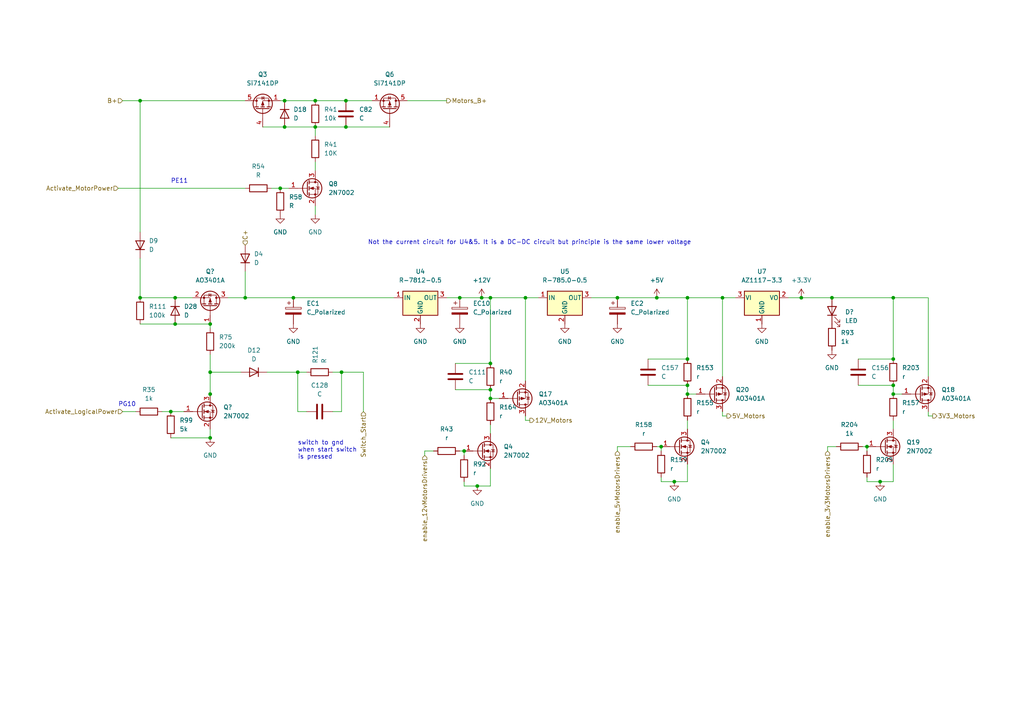
<source format=kicad_sch>
(kicad_sch (version 20231120) (generator "eeschema") (generator_version "8.0")
  (paper "A4")
  (lib_symbols
    (symbol "Device:C" (pin_numbers hide) (pin_names (offset 0.254))
      (property "Reference" "C" (at 0.635 2.54 0))
      (property "Value" "C" (at 0.635 -2.54 0))
      (symbol "C_0_1"
        (polyline (pts (xy -2.032 -0.762) (xy 2.032 -0.762)) (stroke (width 0.508)))
        (polyline (pts (xy -2.032 0.762) (xy 2.032 0.762)) (stroke (width 0.508)))
      )
      (symbol "C_1_1"
        (pin passive line (at 0 3.81 270) (length 2.794) (name "~") (number "1"))
        (pin passive line (at 0 -3.81 90) (length 2.794) (name "~") (number "2"))
      )
    )
    (symbol "Device:C_Polarized" (pin_numbers hide) (pin_names (offset 0.254))
      (property "Reference" "C" (at 0.635 2.54 0))
      (property "Value" "C_Polarized" (at 0.635 -2.54 0))
      (symbol "C_Polarized_0_1"
        (rectangle (start -2.286 0.508) (end 2.286 1.016))
        (polyline (pts (xy -1.778 2.286) (xy -0.762 2.286)))
        (polyline (pts (xy -1.27 2.794) (xy -1.27 1.778)))
        (rectangle (start 2.286 -0.508) (end -2.286 -1.016) (fill (type outline)))
      )
      (symbol "C_Polarized_1_1"
        (pin passive line (at 0 3.81 270) (length 2.794) (name "~") (number "1"))
        (pin passive line (at 0 -3.81 90) (length 2.794) (name "~") (number "2"))
      )
    )
    (symbol "Device:D" (pin_numbers hide) (pin_names (offset 1.016) hide)
      (property "Reference" "D" (at 0 2.54 0))
      (property "Value" "D" (at 0 -2.54 0))
      (symbol "D_0_1"
        (polyline (pts (xy -1.27 1.27) (xy -1.27 -1.27)) (stroke (width 0.254)))
        (polyline (pts (xy 1.27 0) (xy -1.27 0)))
        (polyline (pts (xy 1.27 1.27) (xy 1.27 -1.27) (xy -1.27 0) (xy 1.27 1.27)) (stroke (width 0.254)))
      )
      (symbol "D_1_1"
        (pin passive line (at -3.81 0 0) (length 2.54) (name "K") (number "1"))
        (pin passive line (at 3.81 0 180) (length 2.54) (name "A") (number "2"))
      )
    )
    (symbol "Device:LED" (pin_numbers hide) (pin_names (offset 1.016) hide)
      (property "Reference" "D" (at 0 2.54 0))
      (property "Value" "LED" (at 0 -2.54 0))
      (symbol "LED_0_1"
        (polyline (pts (xy -1.27 -1.27) (xy -1.27 1.27)) (stroke (width 0.254)))
        (polyline (pts (xy -1.27 0) (xy 1.27 0)))
        (polyline (pts (xy 1.27 -1.27) (xy 1.27 1.27) (xy -1.27 0) (xy 1.27 -1.27)) (stroke (width 0.254)))
        (polyline (pts (xy -3.048 -0.762) (xy -4.572 -2.286) (xy -3.81 -2.286) (xy -4.572 -2.286) (xy -4.572 -1.524)))
        (polyline (pts (xy -1.778 -0.762) (xy -3.302 -2.286) (xy -2.54 -2.286) (xy -3.302 -2.286) (xy -3.302 -1.524)))
      )
      (symbol "LED_1_1"
        (pin passive line (at -3.81 0 0) (length 2.54) (name "K") (number "1"))
        (pin passive line (at 3.81 0 180) (length 2.54) (name "A") (number "2"))
      )
    )
    (symbol "Device:R" (pin_numbers hide) (pin_names (offset 0))
      (property "Reference" "R" (at 2.032 0 90))
      (property "Value" "R" (at 0 0 90))
      (symbol "R_0_1"
        (rectangle (start -1.016 -2.54) (end 1.016 2.54) (stroke (width 0.254)))
      )
      (symbol "R_1_1"
        (pin passive line (at 0 3.81 270) (length 1.27) (name "~") (number "1"))
        (pin passive line (at 0 -3.81 90) (length 1.27) (name "~") (number "2"))
      )
    )
    (symbol "Regulator_Linear:AZ1117-3.3" (pin_names (offset 0.254))
      (property "Reference" "U" (at -3.81 3.175 0))
      (property "Value" "AZ1117-3.3" (at 0 3.175 0))
      (symbol "AZ1117-3.3_0_1"
        (rectangle (start -5.08 1.905) (end 5.08 -5.08) (stroke (width 0.254)) (fill (type background)))
      )
      (symbol "AZ1117-3.3_1_1"
        (pin power_in line (at 0 -7.62 90) (length 2.54) (name "GND") (number "1"))
        (pin power_out line (at 7.62 0 180) (length 2.54) (name "VO") (number "2"))
        (pin power_in line (at -7.62 0 0) (length 2.54) (name "VI") (number "3"))
      )
    )
    (symbol "Regulator_Switching:R-7812-0.5" (pin_names (offset 0.254))
      (property "Reference" "U" (at -3.81 3.175 0))
      (property "Value" "R-7812-0.5" (at 0 3.175 0))
      (symbol "R-7812-0.5_0_1"
        (rectangle (start -5.08 1.905) (end 5.08 -5.08) (stroke (width 0.254)) (fill (type background)))
      )
      (symbol "R-7812-0.5_1_1"
        (pin power_in line (at -7.62 0 0) (length 2.54) (name "IN") (number "1"))
        (pin power_in line (at 0 -7.62 90) (length 2.54) (name "GND") (number "2"))
        (pin power_out line (at 7.62 0 180) (length 2.54) (name "OUT") (number "3"))
      )
    )
    (symbol "Regulator_Switching:R-785.0-0.5" (pin_names (offset 0.254))
      (property "Reference" "U" (at -3.81 3.175 0))
      (property "Value" "R-785.0-0.5" (at 0 3.175 0))
      (symbol "R-785.0-0.5_0_1"
        (rectangle (start -5.08 1.905) (end 5.08 -5.08) (stroke (width 0.254)) (fill (type background)))
      )
      (symbol "R-785.0-0.5_1_1"
        (pin power_in line (at -7.62 0 0) (length 2.54) (name "IN") (number "1"))
        (pin power_in line (at 0 -7.62 90) (length 2.54) (name "GND") (number "2"))
        (pin power_out line (at 7.62 0 180) (length 2.54) (name "OUT") (number "3"))
      )
    )
    (symbol "Transistor_FET:2N7002" (pin_names hide)
      (property "Reference" "Q" (at 5.08 1.905 0))
      (property "Value" "2N7002" (at 5.08 0 0))
      (symbol "2N7002_0_1"
        (polyline (pts (xy 0.254 0) (xy -2.54 0)))
        (polyline (pts (xy 0.254 1.905) (xy 0.254 -1.905)) (stroke (width 0.254)))
        (polyline (pts (xy 0.762 -1.27) (xy 0.762 -2.286)) (stroke (width 0.254)))
        (polyline (pts (xy 0.762 0.508) (xy 0.762 -0.508)) (stroke (width 0.254)))
        (polyline (pts (xy 0.762 2.286) (xy 0.762 1.27)) (stroke (width 0.254)))
        (polyline (pts (xy 2.54 2.54) (xy 2.54 1.778)))
        (polyline (pts (xy 2.54 -2.54) (xy 2.54 0) (xy 0.762 0)))
        (polyline (pts (xy 0.762 -1.778) (xy 3.302 -1.778) (xy 3.302 1.778) (xy 0.762 1.778)))
        (polyline (pts (xy 1.016 0) (xy 2.032 0.381) (xy 2.032 -0.381) (xy 1.016 0)) (fill (type outline)))
        (polyline (pts (xy 2.794 0.508) (xy 2.921 0.381) (xy 3.683 0.381) (xy 3.81 0.254)))
        (polyline (pts (xy 3.302 0.381) (xy 2.921 -0.254) (xy 3.683 -0.254) (xy 3.302 0.381)))
        (circle (center 1.651 0) (radius 2.794) (stroke (width 0.254)))
        (circle (center 2.54 -1.778) (radius 0.254) (fill (type outline)))
        (circle (center 2.54 1.778) (radius 0.254) (fill (type outline)))
      )
      (symbol "2N7002_1_1"
        (pin input line (at -5.08 0 0) (length 2.54) (name "G") (number "1"))
        (pin passive line (at 2.54 -5.08 90) (length 2.54) (name "S") (number "2"))
        (pin passive line (at 2.54 5.08 270) (length 2.54) (name "D") (number "3"))
      )
    )
    (symbol "Transistor_FET:AO3401A" (pin_names hide)
      (property "Reference" "Q" (at 5.08 1.905 0))
      (property "Value" "AO3401A" (at 5.08 0 0))
      (symbol "AO3401A_0_1"
        (polyline (pts (xy 0.254 0) (xy -2.54 0)))
        (polyline (pts (xy 0.254 1.905) (xy 0.254 -1.905)) (stroke (width 0.254)))
        (polyline (pts (xy 0.762 -1.27) (xy 0.762 -2.286)) (stroke (width 0.254)))
        (polyline (pts (xy 0.762 0.508) (xy 0.762 -0.508)) (stroke (width 0.254)))
        (polyline (pts (xy 0.762 2.286) (xy 0.762 1.27)) (stroke (width 0.254)))
        (polyline (pts (xy 2.54 2.54) (xy 2.54 1.778)))
        (polyline (pts (xy 2.54 -2.54) (xy 2.54 0) (xy 0.762 0)))
        (polyline (pts (xy 0.762 1.778) (xy 3.302 1.778) (xy 3.302 -1.778) (xy 0.762 -1.778)))
        (polyline (pts (xy 2.286 0) (xy 1.27 0.381) (xy 1.27 -0.381) (xy 2.286 0)) (fill (type outline)))
        (polyline (pts (xy 2.794 -0.508) (xy 2.921 -0.381) (xy 3.683 -0.381) (xy 3.81 -0.254)))
        (polyline (pts (xy 3.302 -0.381) (xy 2.921 0.254) (xy 3.683 0.254) (xy 3.302 -0.381)))
        (circle (center 1.651 0) (radius 2.794) (stroke (width 0.254)))
        (circle (center 2.54 -1.778) (radius 0.254) (fill (type outline)))
        (circle (center 2.54 1.778) (radius 0.254) (fill (type outline)))
      )
      (symbol "AO3401A_1_1"
        (pin input line (at -5.08 0 0) (length 2.54) (name "G") (number "1"))
        (pin passive line (at 2.54 -5.08 90) (length 2.54) (name "S") (number "2"))
        (pin passive line (at 2.54 5.08 270) (length 2.54) (name "D") (number "3"))
      )
    )
    (symbol "Transistor_FET:Si7141DP" (pin_names hide)
      (property "Reference" "Q" (at 5.08 1.905 0))
      (property "Value" "Si7141DP" (at 5.08 0 0))
      (symbol "Si7141DP_0_1"
        (polyline (pts (xy 0.254 0) (xy -2.54 0)))
        (polyline (pts (xy 0.254 1.905) (xy 0.254 -1.905)) (stroke (width 0.254)))
        (polyline (pts (xy 0.762 -1.27) (xy 0.762 -2.286)) (stroke (width 0.254)))
        (polyline (pts (xy 0.762 0.508) (xy 0.762 -0.508)) (stroke (width 0.254)))
        (polyline (pts (xy 0.762 2.286) (xy 0.762 1.27)) (stroke (width 0.254)))
        (polyline (pts (xy 2.54 2.54) (xy 2.54 1.778)))
        (polyline (pts (xy 2.54 -2.54) (xy 2.54 0) (xy 0.762 0)))
        (polyline (pts (xy 0.762 1.778) (xy 3.302 1.778) (xy 3.302 -1.778) (xy 0.762 -1.778)))
        (polyline (pts (xy 2.286 0) (xy 1.27 0.381) (xy 1.27 -0.381) (xy 2.286 0)) (fill (type outline)))
        (polyline (pts (xy 2.794 -0.508) (xy 2.921 -0.381) (xy 3.683 -0.381) (xy 3.81 -0.254)))
        (polyline (pts (xy 3.302 -0.381) (xy 2.921 0.254) (xy 3.683 0.254) (xy 3.302 -0.381)))
        (circle (center 1.651 0) (radius 2.794) (stroke (width 0.254)))
        (circle (center 2.54 -1.778) (radius 0.254) (fill (type outline)))
        (circle (center 2.54 1.778) (radius 0.254) (fill (type outline)))
      )
      (symbol "Si7141DP_1_1"
        (pin passive line (at 2.54 -5.08 90) (length 2.54) (name "S") (number "1"))
        (pin passive line (at 2.54 -5.08 90) (length 2.54) hide (name "S") (number "2"))
        (pin passive line (at 2.54 -5.08 90) (length 2.54) hide (name "S") (number "3"))
        (pin input line (at -5.08 0 0) (length 2.54) (name "G") (number "4"))
        (pin passive line (at 2.54 5.08 270) (length 2.54) (name "D") (number "5"))
      )
    )
    (symbol "power:+12V" (power) (pin_names (offset 0))
      (property "Value" "+12V" (at 0 3.556 0))
      (symbol "+12V_0_1"
        (polyline (pts (xy -0.762 1.27) (xy 0 2.54)))
        (polyline (pts (xy 0 0) (xy 0 2.54)))
        (polyline (pts (xy 0 2.54) (xy 0.762 1.27)))
      )
      (symbol "+12V_1_1"
        (pin power_in line (at 0 0 90) (length 0) hide (name "+12V") (number "1"))
      )
    )
    (symbol "power:+3.3V" (power) (pin_names (offset 0))
      (property "Value" "+3.3V" (at 0 3.556 0))
      (symbol "+3.3V_0_1"
        (polyline (pts (xy -0.762 1.27) (xy 0 2.54)))
        (polyline (pts (xy 0 0) (xy 0 2.54)))
        (polyline (pts (xy 0 2.54) (xy 0.762 1.27)))
      )
      (symbol "+3.3V_1_1"
        (pin power_in line (at 0 0 90) (length 0) hide (name "+3.3V") (number "1"))
      )
    )
    (symbol "power:+5V" (power) (pin_names (offset 0))
      (property "Value" "+5V" (at 0 3.556 0))
      (symbol "+5V_0_1"
        (polyline (pts (xy -0.762 1.27) (xy 0 2.54)))
        (polyline (pts (xy 0 0) (xy 0 2.54)))
        (polyline (pts (xy 0 2.54) (xy 0.762 1.27)))
      )
      (symbol "+5V_1_1"
        (pin power_in line (at 0 0 90) (length 0) hide (name "+5V") (number "1"))
      )
    )
    (symbol "power:GND" (power) (pin_names (offset 0))
      (property "Value" "GND" (at 0 -3.81 0))
      (symbol "GND_0_1"
        (polyline (pts (xy 0 0) (xy 0 -1.27) (xy 1.27 -1.27) (xy 0 -2.54) (xy -1.27 -1.27) (xy 0 -1.27)))
      )
      (symbol "GND_1_1"
        (pin power_in line (at 0 0 270) (length 0) hide (name "GND") (number "1"))
      )
    )
  )
  (junction (at 241.3 86.36))
  (junction (at 142.24 86.36))
  (junction (at 82.55 29.21))
  (junction (at 139.7 86.36))
  (junction (at 60.96 107.95))
  (junction (at 100.33 29.21))
  (junction (at 91.44 29.21))
  (junction (at 199.39 86.36))
  (junction (at 251.46 129.54))
  (junction (at 142.24 113.03))
  (junction (at 60.96 114.3))
  (junction (at 100.33 36.83))
  (junction (at 60.96 127))
  (junction (at 81.28 54.61))
  (junction (at 49.53 119.38))
  (junction (at 259.08 104.14))
  (junction (at 138.43 140.97))
  (junction (at 142.24 115.57))
  (junction (at 199.39 111.76))
  (junction (at 259.08 114.3))
  (junction (at 133.35 86.36))
  (junction (at 50.8 86.36))
  (junction (at 86.36 107.95))
  (junction (at 60.96 93.98))
  (junction (at 199.39 114.3))
  (junction (at 50.8 93.98))
  (junction (at 191.77 129.54))
  (junction (at 85.09 86.36))
  (junction (at 209.55 86.36))
  (junction (at 190.5 86.36))
  (junction (at 259.08 111.76))
  (junction (at 255.27 139.7))
  (junction (at 91.44 36.83))
  (junction (at 259.08 86.36))
  (junction (at 40.64 86.36))
  (junction (at 195.58 139.7))
  (junction (at 232.41 86.36))
  (junction (at 142.24 105.41))
  (junction (at 152.4 86.36))
  (junction (at 71.12 86.36))
  (junction (at 40.64 29.21))
  (junction (at 82.55 36.83))
  (junction (at 179.07 86.36))
  (junction (at 199.39 104.14))
  (junction (at 99.06 107.95))
  (junction (at 134.62 130.81))
  (wire (pts (xy 123.19 130.81) (xy 123.19 132.08)))
  (wire (pts (xy 142.24 115.57) (xy 144.78 115.57)))
  (wire (pts (xy 105.41 107.95) (xy 105.41 119.38)))
  (wire (pts (xy 142.24 86.36) (xy 152.4 86.36)))
  (wire (pts (xy 60.96 93.98) (xy 60.96 95.25)))
  (wire (pts (xy 199.39 114.3) (xy 201.93 114.3)))
  (wire (pts (xy 251.46 138.43) (xy 251.46 139.7)))
  (wire (pts (xy 248.92 104.14) (xy 259.08 104.14)))
  (wire (pts (xy 142.24 123.19) (xy 142.24 125.73)))
  (wire (pts (xy 81.28 29.21) (xy 82.55 29.21)))
  (wire (pts (xy 91.44 59.69) (xy 91.44 62.23)))
  (wire (pts (xy 179.07 130.81) (xy 179.07 129.54)))
  (wire (pts (xy 255.27 139.7) (xy 251.46 139.7)))
  (wire (pts (xy 179.07 129.54) (xy 182.88 129.54)))
  (wire (pts (xy 35.56 29.21) (xy 40.64 29.21)))
  (wire (pts (xy 139.7 86.36) (xy 142.24 86.36)))
  (wire (pts (xy 40.64 29.21) (xy 71.12 29.21)))
  (wire (pts (xy 269.24 86.36) (xy 269.24 109.22)))
  (wire (pts (xy 40.64 93.98) (xy 50.8 93.98)))
  (wire (pts (xy 86.36 107.95) (xy 88.9 107.95)))
  (wire (pts (xy 209.55 120.65) (xy 210.82 120.65)))
  (wire (pts (xy 91.44 46.99) (xy 91.44 49.53)))
  (wire (pts (xy 209.55 119.38) (xy 209.55 120.65)))
  (wire (pts (xy 60.96 124.46) (xy 60.96 127)))
  (wire (pts (xy 40.64 29.21) (xy 40.64 67.31)))
  (wire (pts (xy 100.33 36.83) (xy 113.03 36.83)))
  (wire (pts (xy 129.54 86.36) (xy 133.35 86.36)))
  (wire (pts (xy 199.39 86.36) (xy 209.55 86.36)))
  (wire (pts (xy 152.4 121.92) (xy 153.67 121.92)))
  (wire (pts (xy 199.39 111.76) (xy 199.39 114.3)))
  (wire (pts (xy 250.19 129.54) (xy 251.46 129.54)))
  (wire (pts (xy 259.08 139.7) (xy 255.27 139.7)))
  (wire (pts (xy 191.77 129.54) (xy 191.77 130.81)))
  (wire (pts (xy 91.44 29.21) (xy 100.33 29.21)))
  (wire (pts (xy 46.99 119.38) (xy 49.53 119.38)))
  (wire (pts (xy 118.11 29.21) (xy 129.54 29.21)))
  (wire (pts (xy 71.12 78.74) (xy 71.12 86.36)))
  (wire (pts (xy 96.52 119.38) (xy 99.06 119.38)))
  (wire (pts (xy 99.06 107.95) (xy 105.41 107.95)))
  (wire (pts (xy 82.55 36.83) (xy 91.44 36.83)))
  (wire (pts (xy 96.52 107.95) (xy 99.06 107.95)))
  (wire (pts (xy 195.58 139.7) (xy 191.77 139.7)))
  (wire (pts (xy 228.6 86.36) (xy 232.41 86.36)))
  (wire (pts (xy 209.55 86.36) (xy 213.36 86.36)))
  (wire (pts (xy 199.39 86.36) (xy 199.39 104.14)))
  (wire (pts (xy 248.92 111.76) (xy 259.08 111.76)))
  (wire (pts (xy 81.28 54.61) (xy 83.82 54.61)))
  (wire (pts (xy 78.74 54.61) (xy 81.28 54.61)))
  (wire (pts (xy 49.53 127) (xy 60.96 127)))
  (wire (pts (xy 152.4 86.36) (xy 156.21 86.36)))
  (wire (pts (xy 60.96 107.95) (xy 69.85 107.95)))
  (wire (pts (xy 240.03 129.54) (xy 242.57 129.54)))
  (wire (pts (xy 240.03 130.81) (xy 240.03 129.54)))
  (wire (pts (xy 259.08 134.62) (xy 259.08 139.7)))
  (wire (pts (xy 71.12 86.36) (xy 85.09 86.36)))
  (wire (pts (xy 259.08 86.36) (xy 269.24 86.36)))
  (wire (pts (xy 190.5 86.36) (xy 199.39 86.36)))
  (wire (pts (xy 91.44 36.83) (xy 91.44 39.37)))
  (wire (pts (xy 199.39 121.92) (xy 199.39 124.46)))
  (wire (pts (xy 133.35 86.36) (xy 139.7 86.36)))
  (wire (pts (xy 50.8 93.98) (xy 60.96 93.98)))
  (wire (pts (xy 209.55 109.22) (xy 209.55 86.36)))
  (wire (pts (xy 191.77 138.43) (xy 191.77 139.7)))
  (wire (pts (xy 152.4 120.65) (xy 152.4 121.92)))
  (wire (pts (xy 60.96 102.87) (xy 60.96 107.95)))
  (wire (pts (xy 241.3 86.36) (xy 259.08 86.36)))
  (wire (pts (xy 259.08 86.36) (xy 259.08 104.14)))
  (wire (pts (xy 232.41 86.36) (xy 241.3 86.36)))
  (wire (pts (xy 269.24 120.65) (xy 270.51 120.65)))
  (wire (pts (xy 152.4 86.36) (xy 152.4 110.49)))
  (wire (pts (xy 142.24 113.03) (xy 142.24 115.57)))
  (wire (pts (xy 142.24 140.97) (xy 138.43 140.97)))
  (wire (pts (xy 199.39 134.62) (xy 199.39 139.7)))
  (wire (pts (xy 100.33 29.21) (xy 107.95 29.21)))
  (wire (pts (xy 82.55 29.21) (xy 91.44 29.21)))
  (wire (pts (xy 190.5 129.54) (xy 191.77 129.54)))
  (wire (pts (xy 60.96 107.95) (xy 60.96 114.3)))
  (wire (pts (xy 40.64 86.36) (xy 50.8 86.36)))
  (wire (pts (xy 34.29 54.61) (xy 71.12 54.61)))
  (wire (pts (xy 134.62 139.7) (xy 134.62 140.97)))
  (wire (pts (xy 134.62 130.81) (xy 134.62 132.08)))
  (wire (pts (xy 132.08 105.41) (xy 142.24 105.41)))
  (wire (pts (xy 60.96 115.57) (xy 60.96 114.3)))
  (wire (pts (xy 76.2 36.83) (xy 82.55 36.83)))
  (wire (pts (xy 138.43 140.97) (xy 134.62 140.97)))
  (wire (pts (xy 199.39 139.7) (xy 195.58 139.7)))
  (wire (pts (xy 99.06 107.95) (xy 99.06 119.38)))
  (wire (pts (xy 40.64 74.93) (xy 40.64 86.36)))
  (wire (pts (xy 269.24 119.38) (xy 269.24 120.65)))
  (wire (pts (xy 187.96 104.14) (xy 199.39 104.14)))
  (wire (pts (xy 133.35 130.81) (xy 134.62 130.81)))
  (wire (pts (xy 142.24 105.41) (xy 142.24 86.36)))
  (wire (pts (xy 187.96 111.76) (xy 199.39 111.76)))
  (wire (pts (xy 91.44 36.83) (xy 100.33 36.83)))
  (wire (pts (xy 142.24 135.89) (xy 142.24 140.97)))
  (wire (pts (xy 49.53 119.38) (xy 53.34 119.38)))
  (wire (pts (xy 259.08 121.92) (xy 259.08 124.46)))
  (wire (pts (xy 259.08 111.76) (xy 259.08 114.3)))
  (wire (pts (xy 171.45 86.36) (xy 179.07 86.36)))
  (wire (pts (xy 66.04 86.36) (xy 71.12 86.36)))
  (wire (pts (xy 132.08 113.03) (xy 142.24 113.03)))
  (wire (pts (xy 85.09 86.36) (xy 114.3 86.36)))
  (wire (pts (xy 88.9 119.38) (xy 86.36 119.38)))
  (wire (pts (xy 86.36 107.95) (xy 86.36 119.38)))
  (wire (pts (xy 50.8 86.36) (xy 55.88 86.36)))
  (wire (pts (xy 35.56 119.38) (xy 39.37 119.38)))
  (wire (pts (xy 251.46 129.54) (xy 251.46 130.81)))
  (wire (pts (xy 125.73 130.81) (xy 123.19 130.81)))
  (wire (pts (xy 259.08 114.3) (xy 261.62 114.3)))
  (wire (pts (xy 77.47 107.95) (xy 86.36 107.95)))
  (wire (pts (xy 179.07 86.36) (xy 190.5 86.36)))
  (text "Not the current circuit for U4&5. It is a DC-DC circuit but principle is the same lower voltage" (at 106.68 71.12 0) (effects (font (size 1.27 1.27)) (justify left bottom)))
  (text "switch to gnd\nwhen start switch\nis pressed" (at 86.36 133.35 0) (effects (font (size 1.27 1.27)) (justify left bottom)))
  (text "PE11" (at 49.53 53.34 0) (effects (font (size 1.27 1.27)) (justify left bottom)))
  (text "PG10" (at 34.29 118.11 0) (effects (font (size 1.27 1.27)) (justify left bottom)))
  (hierarchical_label "enable_12vMotorsDrivers" (shape input) (at 123.19 132.08 270))
  (hierarchical_label "12V_Motors" (shape output) (at 153.67 121.92 0))
  (hierarchical_label "Activate_MotorPower" (shape input) (at 34.29 54.61 180))
  (hierarchical_label "5V_Motors" (shape output) (at 210.82 120.65 0))
  (hierarchical_label "3V3_Motors" (shape output) (at 270.51 120.65 0))
  (hierarchical_label "Motors_B+" (shape output) (at 129.54 29.21 0))
  (hierarchical_label "Switch_Start" (shape input) (at 105.41 119.38 270))
  (hierarchical_label "B+" (shape input) (at 35.56 29.21 180))
  (hierarchical_label "enable_5vMotorsDrivers" (shape input) (at 179.07 130.81 270))
  (hierarchical_label "Activate_LogicalPower" (shape input) (at 35.56 119.38 180))
  (hierarchical_label "C+" (shape input) (at 71.12 71.12 90))
  (hierarchical_label "enable_3v3MotorsDrivers" (shape input) (at 240.03 130.81 270))
  (symbol (lib_id "power:GND") (at 133.35 93.98 0) (unit 1)
    (property "Reference" "#PWR0127" (effects (hide yes)))
    (property "Value" "GND" (at 133.35 99.06 0))
  )
  (symbol (lib_id "power:+5V") (at 190.5 86.36 0) (unit 1)
    (property "Reference" "#PWR0128" (effects (hide yes)))
    (property "Value" "+5V" (at 190.5 81.28 0))
  )
  (symbol (lib_id "power:+3.3V") (at 232.41 86.36 0) (unit 1)
    (property "Reference" "#PWR0122" (effects (hide yes)))
    (property "Value" "+3.3V" (at 232.41 81.28 0))
  )
  (symbol (lib_id "Transistor_FET:Si7141DP") (at 113.03 31.75 270) (mirror x) (unit 1)
    (property "Reference" "Q6" (at 113.03 21.59 90))
    (property "Value" "Si7141DP" (at 113.03 24.13 90))
    (property "Footprint" "Package_SO:PowerPAK_SO-8_Single" (effects (hide yes)))
    (property "Datasheet" "https://www.vishay.com/docs/65596/si7141dp.pdf" (effects (hide yes)))
  )
  (symbol (lib_id "power:GND") (at 121.92 93.98 0) (unit 1)
    (property "Reference" "#PWR0125" (effects (hide yes)))
    (property "Value" "GND" (at 121.92 99.06 0))
  )
  (symbol (lib_id "power:+12V") (at 139.7 86.36 0) (unit 1)
    (property "Reference" "#PWR0118" (effects (hide yes)))
    (property "Value" "+12V" (at 139.7 81.28 0))
  )
  (symbol (lib_id "Regulator_Switching:R-7812-0.5") (at 121.92 86.36 0) (unit 1)
    (property "Reference" "U4" (at 121.92 78.74 0))
    (property "Value" "R-7812-0.5" (at 121.92 81.28 0))
    (property "Footprint" "Converter_DCDC:Converter_DCDC_RECOM_R-78E-0.5_THT" (effects (hide yes)))
    (property "Datasheet" "https://www.recom-power.com/pdf/Innoline/R-78xx-0.5.pdf" (effects (hide yes)))
  )
  (symbol (lib_id "Device:R") (at 74.93 54.61 90) (unit 1)
    (property "Reference" "R54" (at 74.93 48.26 90))
    (property "Value" "R" (at 74.93 50.8 90))
  )
  (symbol (lib_id "Device:R") (at 91.44 43.18 0) (unit 1)
    (property "Reference" "R41" (at 93.98 41.9099 0) (effects (justify left)))
    (property "Value" "10K" (at 93.98 44.4499 0) (effects (justify left)))
  )
  (symbol (lib_id "Device:R") (at 60.96 99.06 0) (unit 1)
    (property "Reference" "R75" (at 63.5 97.7899 0) (effects (justify left)))
    (property "Value" "200k" (at 63.5 100.33 0) (effects (justify left)))
  )
  (symbol (lib_id "power:GND") (at 85.09 93.98 0) (unit 1)
    (property "Reference" "#PWR0117" (effects (hide yes)))
    (property "Value" "GND" (at 85.09 99.06 0))
  )
  (symbol (lib_id "Device:D") (at 40.64 71.12 90) (unit 1)
    (property "Reference" "D9" (at 43.18 69.8499 90) (effects (justify right)))
    (property "Value" "D" (at 43.18 72.3899 90) (effects (justify right)))
  )
  (symbol (lib_id "Transistor_FET:AO3401A") (at 207.01 114.3 0) (mirror x) (unit 1)
    (property "Reference" "Q20" (at 213.36 113.0299 0) (effects (justify left)))
    (property "Value" "AO3401A" (at 213.36 115.5699 0) (effects (justify left)))
    (property "Footprint" "Package_TO_SOT_SMD:SOT-23" (effects (hide yes)))
    (property "Datasheet" "http://www.aosmd.com/pdfs/datasheet/AO3401A.pdf" (effects (hide yes)))
  )
  (symbol (lib_id "Device:R") (at 199.39 118.11 180) (unit 1)
    (property "Reference" "R155" (at 201.93 116.8399 0) (effects (justify right)))
    (property "Value" "r" (at 201.93 119.3799 0) (effects (justify right)))
  )
  (symbol (lib_id "Regulator_Linear:AZ1117-3.3") (at 220.98 86.36 0) (unit 1)
    (property "Reference" "U7" (at 220.98 78.74 0))
    (property "Value" "AZ1117-3.3" (at 220.98 81.28 0))
    (property "Datasheet" "https://www.diodes.com/assets/Datasheets/AZ1117.pdf" (effects (hide yes)))
  )
  (symbol (lib_id "power:GND") (at 241.3 101.6 0) (unit 1)
    (property "Reference" "#PWR0123" (effects (hide yes)))
    (property "Value" "GND" (at 241.3 106.68 0))
  )
  (symbol (lib_id "Transistor_FET:2N7002") (at 256.54 129.54 0) (unit 1)
    (property "Reference" "Q19" (at 262.89 128.2699 0) (effects (justify left)))
    (property "Value" "2N7002" (at 262.89 130.8099 0) (effects (justify left)))
    (property "Footprint" "Package_TO_SOT_SMD:SOT-23" (effects (hide yes)))
    (property "Datasheet" "https://www.onsemi.com/pub/Collateral/NDS7002A-D.PDF" (effects (hide yes)))
  )
  (symbol (lib_id "Device:R") (at 129.54 130.81 90) (unit 1)
    (property "Reference" "R43" (at 129.54 124.46 90))
    (property "Value" "r" (at 129.54 127 90))
  )
  (symbol (lib_id "Device:D") (at 82.55 33.02 270) (unit 1)
    (property "Reference" "D18" (at 85.09 31.7499 90) (effects (justify left)))
    (property "Value" "D" (at 85.09 34.2899 90) (effects (justify left)))
  )
  (symbol (lib_id "Device:R") (at 81.28 58.42 180) (unit 1)
    (property "Reference" "R58" (at 83.82 57.1499 0) (effects (justify right)))
    (property "Value" "R" (at 83.82 59.6899 0) (effects (justify right)))
  )
  (symbol (lib_id "Device:C_Polarized") (at 85.09 90.17 0) (unit 1)
    (property "Reference" "EC1" (at 88.9 88.0109 0) (effects (justify left)))
    (property "Value" "C_Polarized" (at 88.9 90.5509 0) (effects (justify left)))
  )
  (symbol (lib_id "Device:R") (at 142.24 109.22 180) (unit 1)
    (property "Reference" "R40" (at 144.78 107.9499 0) (effects (justify right)))
    (property "Value" "r" (at 144.78 110.4899 0) (effects (justify right)))
  )
  (symbol (lib_id "Device:C") (at 92.71 119.38 90) (unit 1)
    (property "Reference" "C128" (at 92.71 111.76 90))
    (property "Value" "C" (at 92.71 114.3 90))
  )
  (symbol (lib_id "Device:D") (at 50.8 90.17 270) (unit 1)
    (property "Reference" "D28" (at 53.34 88.8999 90) (effects (justify left)))
    (property "Value" "D" (at 53.34 91.4399 90) (effects (justify left)))
  )
  (symbol (lib_id "Device:C") (at 100.33 33.02 0) (unit 1)
    (property "Reference" "C82" (at 104.14 31.7499 0) (effects (justify left)))
    (property "Value" "C" (at 104.14 34.2899 0) (effects (justify left)))
  )
  (symbol (lib_id "power:GND") (at 91.44 62.23 0) (unit 1)
    (property "Reference" "#PWR0121" (effects (hide yes)))
    (property "Value" "GND" (at 91.44 67.31 0))
  )
  (symbol (lib_id "Device:C_Polarized") (at 179.07 90.17 0) (unit 1)
    (property "Reference" "EC2" (at 182.88 88.0109 0) (effects (justify left)))
    (property "Value" "C_Polarized" (at 182.88 90.5509 0) (effects (justify left)))
  )
  (symbol (lib_id "power:GND") (at 179.07 93.98 0) (unit 1)
    (property "Reference" "#PWR0119" (effects (hide yes)))
    (property "Value" "GND" (at 179.07 99.06 0))
  )
  (symbol (lib_id "Transistor_FET:2N7002") (at 88.9 54.61 0) (unit 1)
    (property "Reference" "Q8" (at 95.25 53.3399 0) (effects (justify left)))
    (property "Value" "2N7002" (at 95.25 55.8799 0) (effects (justify left)))
    (property "Footprint" "Package_TO_SOT_SMD:SOT-23" (effects (hide yes)))
    (property "Datasheet" "https://www.onsemi.com/pub/Collateral/NDS7002A-D.PDF" (effects (hide yes)))
  )
  (symbol (lib_id "Device:R") (at 40.64 90.17 0) (unit 1)
    (property "Reference" "R111" (at 43.18 88.8999 0) (effects (justify left)))
    (property "Value" "100k" (at 43.18 91.4399 0) (effects (justify left)))
  )
  (symbol (lib_id "Device:R") (at 186.69 129.54 90) (unit 1)
    (property "Reference" "R158" (at 186.69 123.19 90))
    (property "Value" "r" (at 186.69 125.73 90))
  )
  (symbol (lib_id "Transistor_FET:AO3401A") (at 266.7 114.3 0) (mirror x) (unit 1)
    (property "Reference" "Q18" (at 273.05 113.0299 0) (effects (justify left)))
    (property "Value" "AO3401A" (at 273.05 115.5699 0) (effects (justify left)))
    (property "Footprint" "Package_TO_SOT_SMD:SOT-23" (effects (hide yes)))
    (property "Datasheet" "http://www.aosmd.com/pdfs/datasheet/AO3401A.pdf" (effects (hide yes)))
  )
  (symbol (lib_id "Device:R") (at 259.08 107.95 180) (unit 1)
    (property "Reference" "R203" (at 261.62 106.6799 0) (effects (justify right)))
    (property "Value" "r" (at 261.62 109.2199 0) (effects (justify right)))
  )
  (symbol (lib_id "Transistor_FET:2N7002") (at 139.7 130.81 0) (unit 1)
    (property "Reference" "Q4" (at 146.05 129.5399 0) (effects (justify left)))
    (property "Value" "2N7002" (at 146.05 132.0799 0) (effects (justify left)))
    (property "Footprint" "Package_TO_SOT_SMD:SOT-23" (effects (hide yes)))
    (property "Datasheet" "https://www.onsemi.com/pub/Collateral/NDS7002A-D.PDF" (effects (hide yes)))
  )
  (symbol (lib_id "Transistor_FET:2N7002") (at 58.42 119.38 0) (unit 1)
    (property "Reference" "Q?" (at 64.77 118.1099 0) (effects (justify left)))
    (property "Value" "2N7002" (at 64.77 120.6499 0) (effects (justify left)))
    (property "Footprint" "Package_TO_SOT_SMD:SOT-23" (effects (hide yes)))
    (property "Datasheet" "https://www.onsemi.com/pub/Collateral/NDS7002A-D.PDF" (effects (hide yes)))
  )
  (symbol (lib_id "Transistor_FET:AO3401A") (at 60.96 88.9 270) (mirror x) (unit 1)
    (property "Reference" "Q?" (at 60.96 78.74 90))
    (property "Value" "AO3401A" (at 60.96 81.28 90))
    (property "Footprint" "Package_TO_SOT_SMD:SOT-23" (effects (hide yes)))
    (property "Datasheet" "http://www.aosmd.com/pdfs/datasheet/AO3401A.pdf" (effects (hide yes)))
  )
  (symbol (lib_id "power:GND") (at 195.58 139.7 0) (unit 1)
    (property "Reference" "#PWR0130" (effects (hide yes)))
    (property "Value" "GND" (at 195.58 144.78 0))
  )
  (symbol (lib_id "power:GND") (at 220.98 93.98 0) (unit 1)
    (property "Reference" "#PWR0129" (effects (hide yes)))
    (property "Value" "GND" (at 220.98 99.06 0))
  )
  (symbol (lib_id "Device:C") (at 248.92 107.95 180) (unit 1)
    (property "Reference" "C156" (at 252.73 106.6799 0) (effects (justify right)))
    (property "Value" "C" (at 252.73 109.2199 0) (effects (justify right)))
  )
  (symbol (lib_id "Device:R") (at 199.39 107.95 180) (unit 1)
    (property "Reference" "R153" (at 201.93 106.6799 0) (effects (justify right)))
    (property "Value" "r" (at 201.93 109.2199 0) (effects (justify right)))
  )
  (symbol (lib_id "Regulator_Switching:R-785.0-0.5") (at 163.83 86.36 0) (unit 1)
    (property "Reference" "U5" (at 163.83 78.74 0))
    (property "Value" "R-785.0-0.5" (at 163.83 81.28 0))
    (property "Footprint" "Converter_DCDC:Converter_DCDC_RECOM_R-78E-0.5_THT" (effects (hide yes)))
    (property "Datasheet" "https://www.recom-power.com/pdf/Innoline/R-78xx-0.5.pdf" (effects (hide yes)))
  )
  (symbol (lib_id "Device:R") (at 134.62 135.89 180) (unit 1)
    (property "Reference" "R92" (at 137.16 134.6199 0) (effects (justify right)))
    (property "Value" "r" (at 137.16 137.1599 0) (effects (justify right)))
  )
  (symbol (lib_id "Device:C") (at 187.96 107.95 180) (unit 1)
    (property "Reference" "C157" (at 191.77 106.6799 0) (effects (justify right)))
    (property "Value" "C" (at 191.77 109.2199 0) (effects (justify right)))
  )
  (symbol (lib_id "power:GND") (at 163.83 93.98 0) (unit 1)
    (property "Reference" "#PWR0120" (effects (hide yes)))
    (property "Value" "GND" (at 163.83 99.06 0))
  )
  (symbol (lib_id "Transistor_FET:2N7002") (at 196.85 129.54 0) (unit 1)
    (property "Reference" "Q4" (at 203.2 128.2699 0) (effects (justify left)))
    (property "Value" "2N7002" (at 203.2 130.8099 0) (effects (justify left)))
    (property "Footprint" "Package_TO_SOT_SMD:SOT-23" (effects (hide yes)))
    (property "Datasheet" "https://www.onsemi.com/pub/Collateral/NDS7002A-D.PDF" (effects (hide yes)))
  )
  (symbol (lib_id "Device:R") (at 251.46 134.62 180) (unit 1)
    (property "Reference" "R205" (at 254 133.3499 0) (effects (justify right)))
    (property "Value" "r" (at 254 135.8899 0) (effects (justify right)))
  )
  (symbol (lib_id "Device:R") (at 241.3 97.79 0) (unit 1)
    (property "Reference" "R93" (at 243.84 96.5199 0) (effects (justify left)))
    (property "Value" "1k" (at 243.84 99.0599 0) (effects (justify left)))
  )
  (symbol (lib_id "Device:C_Polarized") (at 133.35 90.17 0) (unit 1)
    (property "Reference" "EC10" (at 137.16 88.0109 0) (effects (justify left)))
    (property "Value" "C_Polarized" (at 137.16 90.5509 0) (effects (justify left)))
  )
  (symbol (lib_id "Device:R") (at 259.08 118.11 180) (unit 1)
    (property "Reference" "R157" (at 261.62 116.8399 0) (effects (justify right)))
    (property "Value" "r" (at 261.62 119.3799 0) (effects (justify right)))
  )
  (symbol (lib_id "Device:LED") (at 241.3 90.17 90) (unit 1)
    (property "Reference" "D?" (at 245.11 90.4874 90) (effects (justify right)))
    (property "Value" "LED" (at 245.11 93.0274 90) (effects (justify right)))
  )
  (symbol (lib_id "Device:R") (at 191.77 134.62 180) (unit 1)
    (property "Reference" "R159" (at 194.31 133.3499 0) (effects (justify right)))
    (property "Value" "r" (at 194.31 135.8899 0) (effects (justify right)))
  )
  (symbol (lib_id "Device:D") (at 71.12 74.93 90) (unit 1)
    (property "Reference" "D4" (at 73.66 73.6599 90) (effects (justify right)))
    (property "Value" "D" (at 73.66 76.1999 90) (effects (justify right)))
  )
  (symbol (lib_id "Device:R") (at 91.44 33.02 0) (unit 1)
    (property "Reference" "R41" (at 93.98 31.7499 0) (effects (justify left)))
    (property "Value" "10k" (at 93.98 34.2899 0) (effects (justify left)))
  )
  (symbol (lib_id "power:GND") (at 255.27 139.7 0) (unit 1)
    (property "Reference" "#PWR0124" (effects (hide yes)))
    (property "Value" "GND" (at 255.27 144.78 0))
  )
  (symbol (lib_id "Transistor_FET:Si7141DP") (at 76.2 31.75 90) (unit 1)
    (property "Reference" "Q3" (at 76.2 21.59 90))
    (property "Value" "Si7141DP" (at 76.2 24.13 90))
    (property "Footprint" "Package_SO:PowerPAK_SO-8_Single" (effects (hide yes)))
    (property "Datasheet" "https://www.vishay.com/docs/65596/si7141dp.pdf" (effects (hide yes)))
  )
  (symbol (lib_id "Device:D") (at 73.66 107.95 180) (unit 1)
    (property "Reference" "D12" (at 73.66 101.6 0))
    (property "Value" "D" (at 73.66 104.14 0))
  )
  (symbol (lib_id "power:GND") (at 138.43 140.97 0) (unit 1)
    (property "Reference" "#PWR0126" (effects (hide yes)))
    (property "Value" "GND" (at 138.43 146.05 0))
  )
  (symbol (lib_id "power:GND") (at 81.28 62.23 0) (unit 1)
    (property "Reference" "#PWR0116" (effects (hide yes)))
    (property "Value" "GND" (at 81.28 67.31 0))
  )
  (symbol (lib_id "Transistor_FET:AO3401A") (at 149.86 115.57 0) (mirror x) (unit 1)
    (property "Reference" "Q17" (at 156.21 114.2999 0) (effects (justify left)))
    (property "Value" "AO3401A" (at 156.21 116.8399 0) (effects (justify left)))
    (property "Footprint" "Package_TO_SOT_SMD:SOT-23" (effects (hide yes)))
    (property "Datasheet" "http://www.aosmd.com/pdfs/datasheet/AO3401A.pdf" (effects (hide yes)))
  )
  (symbol (lib_id "Device:R") (at 142.24 119.38 180) (unit 1)
    (property "Reference" "R164" (at 144.78 118.1099 0) (effects (justify right)))
    (property "Value" "r" (at 144.78 120.6499 0) (effects (justify right)))
  )
  (symbol (lib_id "Device:R") (at 43.18 119.38 90) (unit 1)
    (property "Reference" "R35" (at 43.18 113.03 90))
    (property "Value" "1k" (at 43.18 115.57 90))
  )
  (symbol (lib_id "Device:R") (at 49.53 123.19 180) (unit 1)
    (property "Reference" "R99" (at 52.07 121.9199 0) (effects (justify right)))
    (property "Value" "5k" (at 52.07 124.4599 0) (effects (justify right)))
  )
  (symbol (lib_id "Device:C") (at 132.08 109.22 180) (unit 1)
    (property "Reference" "C111" (at 135.89 107.95 0) (effects (justify right)))
    (property "Value" "C" (at 135.89 110.4899 0) (effects (justify right)))
  )
  (symbol (lib_id "Device:R") (at 246.38 129.54 90) (unit 1)
    (property "Reference" "R204" (at 246.38 123.19 90))
    (property "Value" "1k" (at 246.38 125.73 90))
  )
  (symbol (lib_id "Device:R") (at 92.71 107.95 90) (unit 1)
    (property "Reference" "R121" (at 91.4399 105.41 0) (effects (justify left)))
    (property "Value" "R" (at 93.98 105.41 0) (effects (justify left)))
  )
  (symbol (lib_id "power:GND") (at 60.96 127 0) (unit 1)
    (property "Reference" "#PWR0115" (effects (hide yes)))
    (property "Value" "GND" (at 60.96 132.08 0))
  )
)
</source>
